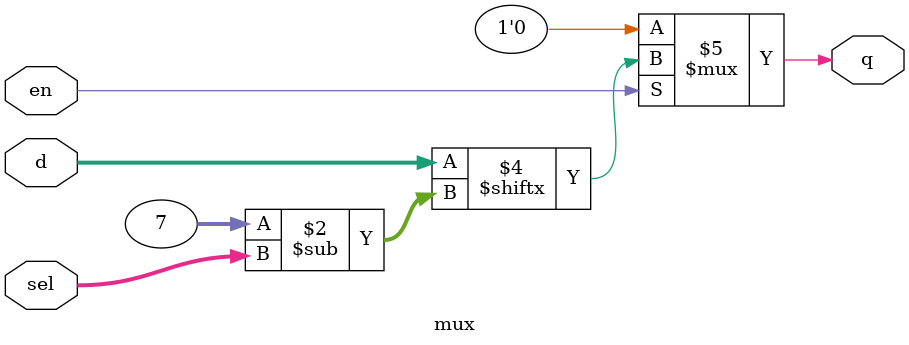
<source format=sv>
`timescale 1ns/1ns

module mux
#(parameter N = 8)
  (input [0:$clog2(N)-1] sel,
   input en,
   input [0:N-1] d,
   output logic q);

  always_comb q = en ? d[sel] : '0;
endmodule

</source>
